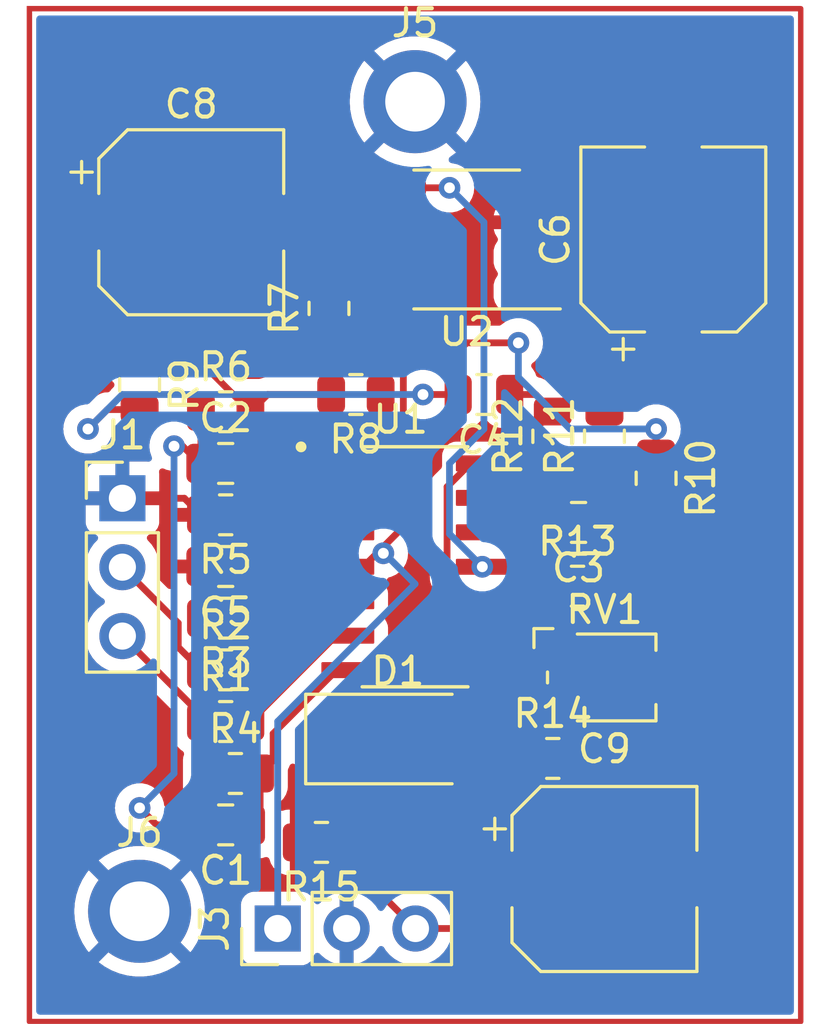
<source format=kicad_pcb>
(kicad_pcb (version 20211014) (generator pcbnew)
  (layers (0 "F.Cu" signal) (31 "B.Cu" signal) (34 "B.Paste" user) (35 "F.Paste" user) (36 "B.SilkS" user "B.Silkscreen") (37 "F.SilkS" user "F.Silkscreen") (38 "B.Mask" user) (39 "F.Mask" user) (44 "Edge.Cuts" user))
  (net 0 "")
  (net 1 "7")
  (net 2 "Net-(C1-Pad2)")
  (net 3 "3")
  (net 4 "GND")
  (net 5 "12")
  (net 6 "10")
  (net 7 "Net-(C4-Pad2)")
  (net 8 "+5V")
  (net 9 "Net-(C6-Pad1)")
  (net 10 "Net-(C6-Pad2)")
  (net 11 "-5V")
  (net 12 "Net-(C9-Pad1)")
  (net 13 "8")
  (net 14 "Net-(J1-Pad2)")
  (net 15 "Net-(J1-Pad3)")
  (net 16 "6")
  (net 17 "5")
  (net 18 "1")
  (net 19 "2")
  (net 20 "13")
  (net 21 "9")
  (net 22 "Net-(R14-Pad2)")
  (footprint "Resistor_SMD:R_0805_2012Metric" (layer "F.Cu") (at 163.195 105.68 90)
    (fp_text reference "R11" (at 0 -1.65 90) (layer "F.SilkS"))
    (fp_text value "18k")
    (fp_line (start -0.227064 -0.735) (end 0.227064 -0.735) (layer "F.SilkS") (width 0.12))
    (fp_line (start -0.227064 0.735) (end 0.227064 0.735) (layer "F.SilkS") (width 0.12))
    (pad "1" smd roundrect (at -0.9125 0 90) (size 1.025 1.4) (layers "F.Cu" "F.Paste" "F.Mask") (roundrect_rratio 0.243902439) (net 20 "13"))
    (pad "2" smd roundrect (at 0.9125 0 90) (size 1.025 1.4) (layers "F.Cu" "F.Paste" "F.Mask") (roundrect_rratio 0.243902439) (net 4 "GND"))
  )
  (footprint "Connector_PinHeader_2.54mm:PinHeader_1x03_P2.54mm_Vertical" (layer "F.Cu") (at 151.145 123.825 90)
    (fp_text reference "J3" (at 0 -2.33 90) (layer "F.SilkS"))
    (fp_text value "MCU_out")
    (fp_line (start -1.33 1.27) (end -1.33 6.41) (layer "F.SilkS") (width 0.12))
    (fp_line (start -1.33 1.27) (end 1.33 1.27) (layer "F.SilkS") (width 0.12))
    (fp_line (start -1.33 -1.33) (end 0 -1.33) (layer "F.SilkS") (width 0.12))
    (fp_line (start -1.33 6.41) (end 1.33 6.41) (layer "F.SilkS") (width 0.12))
    (fp_line (start 1.33 1.27) (end 1.33 6.41) (layer "F.SilkS") (width 0.12))
    (fp_line (start -1.33 0) (end -1.33 -1.33) (layer "F.SilkS") (width 0.12))
    (pad "1" thru_hole rect (at 0 0 90) (size 1.7 1.7) (drill 1) (layers *.Cu *.Mask) (net 8 "+5V"))
    (pad "2" thru_hole oval (at 0 2.54 90) (size 1.7 1.7) (drill 1) (layers *.Cu *.Mask) (net 4 "GND"))
    (pad "3" thru_hole oval (at 0 5.08 90) (size 1.7 1.7) (drill 1) (layers *.Cu *.Mask) (net 12 "Net-(C9-Pad1)"))
  )
  (footprint "MountingHole:MountingHole_2.2mm_M2_DIN965_Pad" (layer "F.Cu") (at 156.21 93.345)
    (fp_text reference "J5" (at 0 -2.9) (layer "F.SilkS"))
    (fp_text value "MountingHole")
    (pad "1" thru_hole circle (at 0 0) (size 3.8 3.8) (drill 2.2) (layers *.Cu *.Mask) (net 4 "GND"))
  )
  (footprint "Resistor_SMD:R_0805_2012Metric" (layer "F.Cu") (at 152.7575 120.65 180)
    (fp_text reference "R15" (at 0 -1.65) (layer "F.SilkS"))
    (fp_text value "18k")
    (fp_line (start -0.227064 -0.735) (end 0.227064 -0.735) (layer "F.SilkS") (width 0.12))
    (fp_line (start -0.227064 0.735) (end 0.227064 0.735) (layer "F.SilkS") (width 0.12))
    (pad "1" smd roundrect (at -0.9125 0 180) (size 1.025 1.4) (layers "F.Cu" "F.Paste" "F.Mask") (roundrect_rratio 0.243902439) (net 12 "Net-(C9-Pad1)"))
    (pad "2" smd roundrect (at 0.9125 0 180) (size 1.025 1.4) (layers "F.Cu" "F.Paste" "F.Mask") (roundrect_rratio 0.243902439) (net 4 "GND"))
  )
  (footprint "Resistor_SMD:R_0805_2012Metric" (layer "F.Cu") (at 146.05 103.7825 -90)
    (fp_text reference "R9" (at 0 -1.65 90) (layer "F.SilkS"))
    (fp_text value "1k")
    (fp_line (start -0.227064 -0.735) (end 0.227064 -0.735) (layer "F.SilkS") (width 0.12))
    (fp_line (start -0.227064 0.735) (end 0.227064 0.735) (layer "F.SilkS") (width 0.12))
    (pad "1" smd roundrect (at -0.9125 0 270) (size 1.025 1.4) (layers "F.Cu" "F.Paste" "F.Mask") (roundrect_rratio 0.243902439) (net 18 "1"))
    (pad "2" smd roundrect (at 0.9125 0 270) (size 1.025 1.4) (layers "F.Cu" "F.Paste" "F.Mask") (roundrect_rratio 0.243902439) (net 7 "Net-(C4-Pad2)"))
  )
  (footprint "Capacitor_SMD:CP_Elec_6.3x5.4" (layer "F.Cu") (at 165.735 98.425 90)
    (fp_text reference "C6" (at 0 -4.35 90) (layer "F.SilkS"))
    (fp_text value "10u")
    (fp_line (start -3.41 -2.345563) (end -3.41 -1.06) (layer "F.SilkS") (width 0.12))
    (fp_line (start 3.41 -3.41) (end 3.41 -1.06) (layer "F.SilkS") (width 0.12))
    (fp_line (start -3.41 2.345563) (end -3.41 1.06) (layer "F.SilkS") (width 0.12))
    (fp_line (start -4.04375 -2.24125) (end -4.04375 -1.45375) (layer "F.SilkS") (width 0.12))
    (fp_line (start -3.41 2.345563) (end -2.345563 3.41) (layer "F.SilkS") (width 0.12))
    (fp_line (start -3.41 -2.345563) (end -2.345563 -3.41) (layer "F.SilkS") (width 0.12))
    (fp_line (start -4.4375 -1.8475) (end -3.65 -1.8475) (layer "F.SilkS") (width 0.12))
    (fp_line (start -2.345563 3.41) (end 3.41 3.41) (layer "F.SilkS") (width 0.12))
    (fp_line (start -2.345563 -3.41) (end 3.41 -3.41) (layer "F.SilkS") (width 0.12))
    (fp_line (start 3.41 3.41) (end 3.41 1.06) (layer "F.SilkS") (width 0.12))
    (pad "1" smd roundrect (at -2.8 0 90) (size 3.5 1.6) (layers "F.Cu" "F.Paste" "F.Mask") (roundrect_rratio 0.15625) (net 9 "Net-(C6-Pad1)"))
    (pad "2" smd roundrect (at 2.8 0 90) (size 3.5 1.6) (layers "F.Cu" "F.Paste" "F.Mask") (roundrect_rratio 0.15625) (net 10 "Net-(C6-Pad2)"))
  )
  (footprint "Connector_PinHeader_2.54mm:PinHeader_1x03_P2.54mm_Vertical" (layer "F.Cu") (at 145.415 107.965)
    (fp_text reference "J1" (at 0 -2.33) (layer "F.SilkS"))
    (fp_text value "Electrodes")
    (fp_line (start -1.33 0) (end -1.33 -1.33) (layer "F.SilkS") (width 0.12))
    (fp_line (start -1.33 6.41) (end 1.33 6.41) (layer "F.SilkS") (width 0.12))
    (fp_line (start 1.33 1.27) (end 1.33 6.41) (layer "F.SilkS") (width 0.12))
    (fp_line (start -1.33 1.27) (end 1.33 1.27) (layer "F.SilkS") (width 0.12))
    (fp_line (start -1.33 1.27) (end -1.33 6.41) (layer "F.SilkS") (width 0.12))
    (fp_line (start -1.33 -1.33) (end 0 -1.33) (layer "F.SilkS") (width 0.12))
    (pad "1" thru_hole rect (at 0 0) (size 1.7 1.7) (drill 1) (layers *.Cu *.Mask) (net 4 "GND"))
    (pad "2" thru_hole oval (at 0 2.54) (size 1.7 1.7) (drill 1) (layers *.Cu *.Mask) (net 14 "Net-(J1-Pad2)"))
    (pad "3" thru_hole oval (at 0 5.08) (size 1.7 1.7) (drill 1) (layers *.Cu *.Mask) (net 15 "Net-(J1-Pad3)"))
  )
  (footprint "SOIC14 5:SOIC127P600X175-14N" (layer "F.Cu") (at 156.21 110.49)
    (fp_text reference "U1" (at -0.53 -5.432) (layer "F.SilkS"))
    (fp_text value "LM324")
    (fp_line (start -1.95 4.425) (end 1.95 4.425) (layer "F.SilkS") (width 0.127))
    (fp_line (start -1.95 -4.425) (end 1.95 -4.425) (layer "F.SilkS") (width 0.127))
    (fp_circle (center -4.205 -4.42) (end -4.105 -4.42) (layer "F.SilkS") (width 0.2) (fill none))
    (pad "1" smd roundrect (at -2.48 -3.81) (size 1.95 0.59) (layers "F.Cu" "F.Paste" "F.Mask") (roundrect_rratio 0.07) (net 18 "1"))
    (pad "2" smd roundrect (at -2.48 -2.54) (size 1.95 0.59) (layers "F.Cu" "F.Paste" "F.Mask") (roundrect_rratio 0.07) (net 19 "2"))
    (pad "3" smd roundrect (at -2.48 -1.27) (size 1.95 0.59) (layers "F.Cu" "F.Paste" "F.Mask") (roundrect_rratio 0.07) (net 3 "3"))
    (pad "4" smd roundrect (at -2.48 0) (size 1.95 0.59) (layers "F.Cu" "F.Paste" "F.Mask") (roundrect_rratio 0.07) (net 8 "+5V"))
    (pad "5" smd roundrect (at -2.48 1.27) (size 1.95 0.59) (layers "F.Cu" "F.Paste" "F.Mask") (roundrect_rratio 0.07) (net 17 "5"))
    (pad "6" smd roundrect (at -2.48 2.54) (size 1.95 0.59) (layers "F.Cu" "F.Paste" "F.Mask") (roundrect_rratio 0.07) (net 16 "6"))
    (pad "7" smd roundrect (at -2.48 3.81) (size 1.95 0.59) (layers "F.Cu" "F.Paste" "F.Mask") (roundrect_rratio 0.07) (net 1 "7"))
    (pad "8" smd roundrect (at 2.48 3.81) (size 1.95 0.59) (layers "F.Cu" "F.Paste" "F.Mask") (roundrect_rratio 0.07) (net 13 "8"))
    (pad "9" smd roundrect (at 2.48 2.54) (size 1.95 0.59) (layers "F.Cu" "F.Paste" "F.Mask") (roundrect_rratio 0.07) (net 21 "9"))
    (pad "10" smd roundrect (at 2.48 1.27) (size 1.95 0.59) (layers "F.Cu" "F.Paste" "F.Mask") (roundrect_rratio 0.07) (net 6 "10"))
    (pad "11" smd roundrect (at 2.48 0) (size 1.95 0.59) (layers "F.Cu" "F.Paste" "F.Mask") (roundrect_rratio 0.07) (net 11 "-5V"))
    (pad "12" smd roundrect (at 2.48 -1.27) (size 1.95 0.59) (layers "F.Cu" "F.Paste" "F.Mask") (roundrect_rratio 0.07) (net 5 "12"))
    (pad "13" smd roundrect (at 2.48 -2.54) (size 1.95 0.59) (layers "F.Cu" "F.Paste" "F.Mask") (roundrect_rratio 0.07) (net 20 "13"))
    (pad "14" smd roundrect (at 2.48 -3.81) (size 1.95 0.59) (layers "F.Cu" "F.Paste" "F.Mask") (roundrect_rratio 0.07) (net 6 "10"))
  )
  (footprint "Resistor_SMD:R_0805_2012Metric" (layer "F.Cu") (at 165.1 107.2275 -90)
    (fp_text reference "R10" (at 0 -1.65 90) (layer "F.SilkS"))
    (fp_text value "1k")
    (fp_line (start -0.227064 -0.735) (end 0.227064 -0.735) (layer "F.SilkS") (width 0.12))
    (fp_line (start -0.227064 0.735) (end 0.227064 0.735) (layer "F.SilkS") (width 0.12))
    (pad "1" smd roundrect (at -0.9125 0 270) (size 1.025 1.4) (layers "F.Cu" "F.Paste" "F.Mask") (roundrect_rratio 0.243902439) (net 7 "Net-(C4-Pad2)"))
    (pad "2" smd roundrect (at 0.9125 0 270) (size 1.025 1.4) (layers "F.Cu" "F.Paste" "F.Mask") (roundrect_rratio 0.243902439) (net 5 "12"))
  )
  (footprint "Potentiometer_SMD:Potentiometer_Bourns_TC33X_Vertical" (layer "F.Cu") (at 163.195 114.57)
    (fp_text reference "RV1" (at 0 -2.5) (layer "F.SilkS"))
    (fp_text value "100k")
    (fp_line (start 1.9 1.6) (end 1.9 1) (layer "F.SilkS") (width 0.12))
    (fp_line (start 1.9 -1.6) (end 1.9 -1) (layer "F.SilkS") (width 0.12))
    (fp_line (start -2.1 -0.2) (end -2.1 0.2) (layer "F.SilkS") (width 0.12))
    (fp_line (start -1.9 -1.8) (end -2.6 -1.8) (layer "F.SilkS") (width 0.12))
    (fp_line (start -2.6 -1.8) (end -2.6 -1.1) (layer "F.SilkS") (width 0.12))
    (fp_line (start -1 1.6) (end 1.9 1.6) (layer "F.SilkS") (width 0.12))
    (fp_line (start -1 -1.6) (end 1.9 -1.6) (layer "F.SilkS") (width 0.12))
    (pad "1" smd rect (at -1.8 -1) (size 1.2 1.2) (layers "F.Cu" "F.Paste" "F.Mask") (net 22 "Net-(R14-Pad2)"))
    (pad "2" smd rect (at 1.45 0) (size 1.5 1.6) (layers "F.Cu" "F.Paste" "F.Mask") (net 22 "Net-(R14-Pad2)"))
    (pad "3" smd rect (at -1.8 1) (size 1.2 1.2) (layers "F.Cu" "F.Paste" "F.Mask") (net 21 "9"))
  )
  (footprint "Diode_SMD:D_SMA" (layer "F.Cu") (at 155.575 116.84)
    (fp_text reference "D1" (at 0 -2.5) (layer "F.SilkS"))
    (fp_text value "SS14")
    (fp_line (start -3.4 -1.65) (end 2 -1.65) (layer "F.SilkS") (width 0.12))
    (fp_line (start -3.4 1.65) (end 2 1.65) (layer "F.SilkS") (width 0.12))
    (fp_line (start -3.4 -1.65) (end -3.4 1.65) (layer "F.SilkS") (width 0.12))
    (pad "1" smd rect (at -2 0) (size 2.5 1.8) (layers "F.Cu" "F.Paste" "F.Mask") (net 12 "Net-(C9-Pad1)"))
    (pad "2" smd rect (at 2 0) (size 2.5 1.8) (layers "F.Cu" "F.Paste" "F.Mask") (net 13 "8"))
  )
  (footprint "Package_SO:SOIC-8_3.9x4.9mm_P1.27mm" (layer "F.Cu") (at 158.115 98.425 180)
    (fp_text reference "U2" (at 0 -3.4) (layer "F.SilkS"))
    (fp_text value "ICL7660")
    (fp_line (start 0 2.56) (end -1.95 2.56) (layer "F.SilkS") (width 0.12))
    (fp_line (start 0 -2.56) (end -3.45 -2.56) (layer "F.SilkS") (width 0.12))
    (fp_line (start 0 -2.56) (end 1.95 -2.56) (layer "F.SilkS") (width 0.12))
    (fp_line (start 0 2.56) (end 1.95 2.56) (layer "F.SilkS") (width 0.12))
    (pad "1" smd roundrect (at -2.475 -1.905 180) (size 1.95 0.6) (layers "F.Cu" "F.Paste" "F.Mask"))
    (pad "2" smd roundrect (at -2.475 -0.635 180) (size 1.95 0.6) (layers "F.Cu" "F.Paste" "F.Mask") (net 9 "Net-(C6-Pad1)"))
    (pad "3" smd roundrect (at -2.475 0.635 180) (size 1.95 0.6) (layers "F.Cu" "F.Paste" "F.Mask") (net 4 "GND"))
    (pad "4" smd roundrect (at -2.475 1.905 180) (size 1.95 0.6) (layers "F.Cu" "F.Paste" "F.Mask") (net 10 "Net-(C6-Pad2)"))
    (pad "5" smd roundrect (at 2.475 1.905 180) (size 1.95 0.6) (layers "F.Cu" "F.Paste" "F.Mask") (net 11 "-5V"))
    (pad "6" smd roundrect (at 2.475 0.635 180) (size 1.95 0.6) (layers "F.Cu" "F.Paste" "F.Mask"))
    (pad "7" smd roundrect (at 2.475 -0.635 180) (size 1.95 0.6) (layers "F.Cu" "F.Paste" "F.Mask"))
    (pad "8" smd roundrect (at 2.475 -1.905 180) (size 1.95 0.6) (layers "F.Cu" "F.Paste" "F.Mask") (net 8 "+5V"))
  )
  (footprint "Resistor_SMD:R_0805_2012Metric" (layer "F.Cu") (at 161.29 105.68 90)
    (fp_text reference "R12" (at 0 -1.65 90) (layer "F.SilkS"))
    (fp_text value "10k")
    (fp_line (start -0.227064 0.735) (end 0.227064 0.735) (layer "F.SilkS") (width 0.12))
    (fp_line (start -0.227064 -0.735) (end 0.227064 -0.735) (layer "F.SilkS") (width 0.12))
    (pad "1" smd roundrect (at -0.9125 0 90) (size 1.025 1.4) (layers "F.Cu" "F.Paste" "F.Mask") (roundrect_rratio 0.243902439) (net 20 "13"))
    (pad "2" smd roundrect (at 0.9125 0 90) (size 1.025 1.4) (layers "F.Cu" "F.Paste" "F.Mask") (roundrect_rratio 0.243902439) (net 6 "10"))
  )
  (footprint "MountingHole:MountingHole_2.2mm_M2_DIN965_Pad" (layer "F.Cu") (at 146.05 123.19)
    (fp_text reference "J6" (at 0 -2.9) (layer "F.SilkS"))
    (fp_text value "MountingHole")
    (pad "1" thru_hole circle (at 0 0) (size 3.8 3.8) (drill 2.2) (layers *.Cu *.Mask) (net 4 "GND"))
  )
  (footprint "Capacitor_SMD:CP_Elec_6.3x5.4" (layer "F.Cu") (at 147.955 97.79)
    (fp_text reference "C8" (at 0 -4.35) (layer "F.SilkS"))
    (fp_text value "10u")
    (fp_line (start -4.4375 -1.8475) (end -3.65 -1.8475) (layer "F.SilkS") (width 0.12))
    (fp_line (start -3.41 2.345563) (end -2.345563 3.41) (layer "F.SilkS") (width 0.12))
    (fp_line (start -2.345563 3.41) (end 3.41 3.41) (layer "F.SilkS") (width 0.12))
    (fp_line (start 3.41 3.41) (end 3.41 1.06) (layer "F.SilkS") (width 0.12))
    (fp_line (start -4.04375 -2.24125) (end -4.04375 -1.45375) (layer "F.SilkS") (width 0.12))
    (fp_line (start -2.345563 -3.41) (end 3.41 -3.41) (layer "F.SilkS") (width 0.12))
    (fp_line (start -3.41 2.345563) (end -3.41 1.06) (layer "F.SilkS") (width 0.12))
    (fp_line (start 3.41 -3.41) (end 3.41 -1.06) (layer "F.SilkS") (width 0.12))
    (fp_line (start -3.41 -2.345563) (end -3.41 -1.06) (layer "F.SilkS") (width 0.12))
    (fp_line (start -3.41 -2.345563) (end -2.345563 -3.41) (layer "F.SilkS") (width 0.12))
    (pad "1" smd roundrect (at -2.8 0) (size 3.5 1.6) (layers "F.Cu" "F.Paste" "F.Mask") (roundrect_rratio 0.15625) (net 4 "GND"))
    (pad "2" smd roundrect (at 2.8 0) (size 3.5 1.6) (layers "F.Cu" "F.Paste" "F.Mask") (roundrect_rratio 0.15625) (net 11 "-5V"))
  )
  (footprint "Capacitor_SMD:CP_Elec_6.3x5.4" (layer "F.Cu") (at 163.195 122)
    (fp_text reference "C9" (at 0 -4.795) (layer "F.SilkS"))
    (fp_text value "10u")
    (fp_line (start -3.41 -2.345563) (end -2.345563 -3.41) (layer "F.SilkS") (width 0.12))
    (fp_line (start -2.345563 3.41) (end 3.41 3.41) (layer "F.SilkS") (width 0.12))
    (fp_line (start -2.345563 -3.41) (end 3.41 -3.41) (layer "F.SilkS") (width 0.12))
    (fp_line (start 3.41 -3.41) (end 3.41 -1.06) (layer "F.SilkS") (width 0.12))
    (fp_line (start -4.04375 -2.24125) (end -4.04375 -1.45375) (layer "F.SilkS") (width 0.12))
    (fp_line (start -3.41 2.345563) (end -3.41 1.06) (layer "F.SilkS") (width 0.12))
    (fp_line (start -3.41 2.345563) (end -2.345563 3.41) (layer "F.SilkS") (width 0.12))
    (fp_line (start -3.41 -2.345563) (end -3.41 -1.06) (layer "F.SilkS") (width 0.12))
    (fp_line (start 3.41 3.41) (end 3.41 1.06) (layer "F.SilkS") (width 0.12))
    (fp_line (start -4.4375 -1.8475) (end -3.65 -1.8475) (layer "F.SilkS") (width 0.12))
    (pad "1" smd roundrect (at -2.8 0) (size 3.5 1.6) (layers "F.Cu" "F.Paste" "F.Mask") (roundrect_rratio 0.15625) (net 12 "Net-(C9-Pad1)"))
    (pad "2" smd roundrect (at 2.8 0) (size 3.5 1.6) (layers "F.Cu" "F.Paste" "F.Mask") (roundrect_rratio 0.15625) (net 4 "GND"))
  )
  (footprint "Resistor_SMD:R_0805_2012Metric" (layer "F.Cu") (at 149.225 108.575 180)
    (fp_text reference "R5" (at 0 -1.65) (layer "F.SilkS"))
    (fp_text value "15k")
    (fp_line (start -0.227064 -0.735) (end 0.227064 -0.735) (layer "F.SilkS") (width 0.12))
    (fp_line (start -0.227064 0.735) (end 0.227064 0.735) (layer "F.SilkS") (width 0.12))
    (pad "1" smd roundrect (at -0.9125 0 180) (size 1.025 1.4) (layers "F.Cu" "F.Paste" "F.Mask") (roundrect_rratio 0.243902439) (net 3 "3"))
    (pad "2" smd roundrect (at 0.9125 0 180) (size 1.025 1.4) (layers "F.Cu" "F.Paste" "F.Mask") (roundrect_rratio 0.243902439) (net 4 "GND"))
  )
  (footprint "Resistor_SMD:R_0805_2012Metric" (layer "F.Cu") (at 149.225 104.775)
    (fp_text reference "R6" (at 0 -1.65) (layer "F.SilkS"))
    (fp_text value "15k")
    (fp_line (start -0.227064 -0.735) (end 0.227064 -0.735) (layer "F.SilkS") (width 0.12))
    (fp_line (start -0.227064 0.735) (end 0.227064 0.735) (layer "F.SilkS") (width 0.12))
    (pad "1" smd roundrect (at -0.9125 0) (size 1.025 1.4) (layers "F.Cu" "F.Paste" "F.Mask") (roundrect_rratio 0.243902439) (net 2 "Net-(C1-Pad2)"))
    (pad "2" smd roundrect (at 0.9125 0) (size 1.025 1.4) (layers "F.Cu" "F.Paste" "F.Mask") (roundrect_rratio 0.243902439) (net 18 "1"))
  )
  (footprint "Capacitor_SMD:C_0805_2012Metric" (layer "F.Cu") (at 149.225 120.005 180)
    (fp_text reference "C1" (at 0 -1.68) (layer "F.SilkS"))
    (fp_text value "470n")
    (fp_line (start -0.261252 0.735) (end 0.261252 0.735) (layer "F.SilkS") (width 0.12))
    (fp_line (start -0.261252 -0.735) (end 0.261252 -0.735) (layer "F.SilkS") (width 0.12))
    (pad "1" smd roundrect (at -0.95 0 180) (size 1 1.45) (layers "F.Cu" "F.Paste" "F.Mask") (net 1 "7"))
    (pad "2" smd roundrect (at 0.95 0 180) (size 1 1.45) (layers "F.Cu" "F.Paste" "F.Mask") (net 2 "Net-(C1-Pad2)"))
  )
  (footprint "Capacitor_SMD:C_0805_2012Metric" (layer "F.Cu") (at 158.75 104.14 180)
    (fp_text reference "C4" (at 0 -1.68) (layer "F.SilkS"))
    (fp_text value "330n")
    (fp_line (start -0.261252 -0.735) (end 0.261252 -0.735) (layer "F.SilkS") (width 0.12))
    (fp_line (start -0.261252 0.735) (end 0.261252 0.735) (layer "F.SilkS") (width 0.12))
    (pad "1" smd roundrect (at -0.95 0 180) (size 1 1.45) (layers "F.Cu" "F.Paste" "F.Mask") (net 6 "10"))
    (pad "2" smd roundrect (at 0.95 0 180) (size 1 1.45) (layers "F.Cu" "F.Paste" "F.Mask") (net 7 "Net-(C4-Pad2)"))
  )
  (footprint "Resistor_SMD:R_0805_2012Metric" (layer "F.Cu") (at 153.035 100.965 90)
    (fp_text reference "R7" (at 0 -1.65 90) (layer "F.SilkS"))
    (fp_text value "18k")
    (fp_line (start -0.227064 -0.735) (end 0.227064 -0.735) (layer "F.SilkS") (width 0.12))
    (fp_line (start -0.227064 0.735) (end 0.227064 0.735) (layer "F.SilkS") (width 0.12))
    (pad "1" smd roundrect (at -0.9125 0 90) (size 1.025 1.4) (layers "F.Cu" "F.Paste" "F.Mask") (roundrect_rratio 0.243902439) (net 19 "2"))
    (pad "2" smd roundrect (at 0.9125 0 90) (size 1.025 1.4) (layers "F.Cu" "F.Paste" "F.Mask") (roundrect_rratio 0.243902439) (net 4 "GND"))
  )
  (footprint "Resistor_SMD:R_0805_2012Metric" (layer "F.Cu") (at 149.5825 118.11)
    (fp_text reference "R4" (at 0 -1.65) (layer "F.SilkS"))
    (fp_text value "47k")
    (fp_line (start -0.227064 0.735) (end 0.227064 0.735) (layer "F.SilkS") (width 0.12))
    (fp_line (start -0.227064 -0.735) (end 0.227064 -0.735) (layer "F.SilkS") (width 0.12))
    (pad "1" smd roundrect (at -0.9125 0) (size 1.025 1.4) (layers "F.Cu" "F.Paste" "F.Mask") (roundrect_rratio 0.243902439) (net 16 "6"))
    (pad "2" smd roundrect (at 0.9125 0) (size 1.025 1.4) (layers "F.Cu" "F.Paste" "F.Mask") (roundrect_rratio 0.243902439) (net 1 "7"))
  )
  (footprint "Resistor_SMD:R_0805_2012Metric" (layer "F.Cu") (at 161.29 117.555)
    (fp_text reference "R14" (at 0 -1.65) (layer "F.SilkS"))
    (fp_text value "47k")
    (fp_line (start -0.227064 -0.735) (end 0.227064 -0.735) (layer "F.SilkS") (width 0.12))
    (fp_line (start -0.227064 0.735) (end 0.227064 0.735) (layer "F.SilkS") (width 0.12))
    (pad "1" smd roundrect (at -0.9125 0) (size 1.025 1.4) (layers "F.Cu" "F.Paste" "F.Mask") (roundrect_rratio 0.243902439) (net 13 "8"))
    (pad "2" smd roundrect (at 0.9125 0) (size 1.025 1.4) (layers "F.Cu" "F.Paste" "F.Mask") (roundrect_rratio 0.243902439) (net 22 "Net-(R14-Pad2)"))
  )
  (footprint "Resistor_SMD:R_0805_2012Metric" (layer "F.Cu") (at 162.2025 111.205)
    (fp_text reference "R13" (at 0 -1.65) (layer "F.SilkS"))
    (fp_text value "1k")
    (fp_line (start -0.227064 -0.735) (end 0.227064 -0.735) (layer "F.SilkS") (width 0.12))
    (fp_line (start -0.227064 0.735) (end 0.227064 0.735) (layer "F.SilkS") (width 0.12))
    (pad "1" smd roundrect (at -0.9125 0) (size 1.025 1.4) (layers "F.Cu" "F.Paste" "F.Mask") (roundrect_rratio 0.243902439) (net 21 "9"))
    (pad "2" smd roundrect (at 0.9125 0) (size 1.025 1.4) (layers "F.Cu" "F.Paste" "F.Mask") (roundrect_rratio 0.243902439) (net 4 "GND"))
  )
  (footprint "Resistor_SMD:R_0805_2012Metric" (layer "F.Cu") (at 154.0275 104.14 180)
    (fp_text reference "R8" (at 0 -1.65) (layer "F.SilkS"))
    (fp_text value "10k")
    (fp_line (start -0.227064 -0.735) (end 0.227064 -0.735) (layer "F.SilkS") (width 0.12))
    (fp_line (start -0.227064 0.735) (end 0.227064 0.735) (layer "F.SilkS") (width 0.12))
    (pad "1" smd roundrect (at -0.9125 0 180) (size 1.025 1.4) (layers "F.Cu" "F.Paste" "F.Mask") (roundrect_rratio 0.243902439) (net 19 "2"))
    (pad "2" smd roundrect (at 0.9125 0 180) (size 1.025 1.4) (layers "F.Cu" "F.Paste" "F.Mask") (roundrect_rratio 0.243902439) (net 18 "1"))
  )
  (footprint "Capacitor_SMD:C_0805_2012Metric" (layer "F.Cu") (at 162.24 108.855 180)
    (fp_text reference "C3" (at 0 -1.68) (layer "F.SilkS"))
    (fp_text value "330n")
    (fp_line (start -0.261252 0.735) (end 0.261252 0.735) (layer "F.SilkS") (width 0.12))
    (fp_line (start -0.261252 -0.735) (end 0.261252 -0.735) (layer "F.SilkS") (width 0.12))
    (pad "1" smd roundrect (at -0.95 0 180) (size 1 1.45) (layers "F.Cu" "F.Paste" "F.Mask") (net 4 "GND"))
    (pad "2" smd roundrect (at 0.95 0 180) (size 1 1.45) (layers "F.Cu" "F.Paste" "F.Mask") (net 5 "12"))
  )
  (footprint "Resistor_SMD:R_0805_2012Metric" (layer "F.Cu") (at 149.225 116.195)
    (fp_text reference "R1" (at 0 -1.65) (layer "F.SilkS"))
    (fp_text value "1k")
    (fp_line (start -0.227064 -0.735) (end 0.227064 -0.735) (layer "F.SilkS") (width 0.12))
    (fp_line (start -0.227064 0.735) (end 0.227064 0.735) (layer "F.SilkS") (width 0.12))
    (pad "1" smd roundrect (at -0.9125 0) (size 1.025 1.4) (layers "F.Cu" "F.Paste" "F.Mask") (roundrect_rratio 0.243902439) (net 15 "Net-(J1-Pad3)"))
    (pad "2" smd roundrect (at 0.9125 0) (size 1.025 1.4) (layers "F.Cu" "F.Paste" "F.Mask") (roundrect_rratio 0.243902439) (net 16 "6"))
  )
  (footprint "Capacitor_SMD:C_0805_2012Metric" (layer "F.Cu") (at 149.225 106.68)
    (fp_text reference "C2" (at 0 -1.68) (layer "F.SilkS"))
    (fp_text value "470n")
    (fp_line (start -0.261252 0.735) (end 0.261252 0.735) (layer "F.SilkS") (width 0.12))
    (fp_line (start -0.261252 -0.735) (end 0.261252 -0.735) (layer "F.SilkS") (width 0.12))
    (pad "1" smd roundrect (at -0.95 0) (size 1 1.45) (layers "F.Cu" "F.Paste" "F.Mask") (net 2 "Net-(C1-Pad2)"))
    (pad "2" smd roundrect (at 0.95 0) (size 1 1.45) (layers "F.Cu" "F.Paste" "F.Mask") (net 3 "3"))
  )
  (footprint "Capacitor_SMD:C_0805_2012Metric" (layer "F.Cu") (at 149.225 110.48 180)
    (fp_text reference "C5" (at 0 -1.68) (layer "F.SilkS"))
    (fp_text value "100n")
    (fp_line (start -0.261252 -0.735) (end 0.261252 -0.735) (layer "F.SilkS") (width 0.12))
    (fp_line (start -0.261252 0.735) (end 0.261252 0.735) (layer "F.SilkS") (width 0.12))
    (pad "1" smd roundrect (at -0.95 0 180) (size 1 1.45) (layers "F.Cu" "F.Paste" "F.Mask") (net 8 "+5V"))
    (pad "2" smd roundrect (at 0.95 0 180) (size 1 1.45) (layers "F.Cu" "F.Paste" "F.Mask") (net 4 "GND"))
  )
  (footprint "Resistor_SMD:R_0805_2012Metric" (layer "F.Cu") (at 149.225 114.29)
    (fp_text reference "R2" (at 0 -1.65) (layer "F.SilkS"))
    (fp_text value "1k")
    (fp_line (start -0.227064 0.735) (end 0.227064 0.735) (layer "F.SilkS") (width 0.12))
    (fp_line (start -0.227064 -0.735) (end 0.227064 -0.735) (layer "F.SilkS") (width 0.12))
    (pad "1" smd roundrect (at -0.9125 0) (size 1.025 1.4) (layers "F.Cu" "F.Paste" "F.Mask") (roundrect_rratio 0.243902439) (net 14 "Net-(J1-Pad2)"))
    (pad "2" smd roundrect (at 0.9125 0) (size 1.025 1.4) (layers "F.Cu" "F.Paste" "F.Mask") (roundrect_rratio 0.243902439) (net 17 "5"))
  )
  (footprint "Resistor_SMD:R_0805_2012Metric" (layer "F.Cu") (at 149.225 112.385 180)
    (fp_text reference "R3" (at 0 -1.65) (layer "F.SilkS"))
    (fp_text value "47k")
    (fp_line (start -0.227064 -0.735) (end 0.227064 -0.735) (layer "F.SilkS") (width 0.12))
    (fp_line (start -0.227064 0.735) (end 0.227064 0.735) (layer "F.SilkS") (width 0.12))
    (pad "1" smd roundrect (at -0.9125 0 180) (size 1.025 1.4) (layers "F.Cu" "F.Paste" "F.Mask") (roundrect_rratio 0.243902439) (net 17 "5"))
    (pad "2" smd roundrect (at 0.9125 0 180) (size 1.025 1.4) (layers "F.Cu" "F.Paste" "F.Mask") (roundrect_rratio 0.243902439) (net 4 "GND"))
  )
  (gr_rect (start 141.986 127.254) (end 170.434 89.916) (layer "F.Cu") (width 0.2) (fill none))
  (segment (start 150.495 119.685) (end 150.175 120.005) (width 0.25) (layer "F.Cu") (net 1))
  (segment (start 150.975 117.63) (end 150.495 118.11) (width 0.25) (layer "F.Cu") (net 1))
  (segment (start 150.495 118.11) (end 150.495 119.685) (width 0.25) (layer "F.Cu") (net 1))
  (segment (start 153.73 114.3) (end 153.315 114.3) (width 0.25) (layer "F.Cu") (net 1))
  (segment (start 150.975 116.64) (end 150.975 117.63) (width 0.25) (layer "F.Cu") (net 1))
  (segment (start 153.315 114.3) (end 150.975 116.64) (width 0.25) (layer "F.Cu") (net 1))
  (segment (start 147.32 106.045) (end 147.64 106.045) (width 0.25) (layer "F.Cu") (net 2))
  (segment (start 146.675 120.005) (end 146.05 119.38) (width 0.25) (layer "F.Cu") (net 2))
  (segment (start 148.3125 104.775) (end 148.3125 106.6425) (width 0.25) (layer "F.Cu") (net 2))
  (segment (start 147.64 106.045) (end 148.275 106.68) (width 0.25) (layer "F.Cu") (net 2))
  (segment (start 148.275 120.005) (end 146.675 120.005) (width 0.25) (layer "F.Cu") (net 2))
  (segment (start 148.3125 106.6425) (end 148.275 106.68) (width 0.25) (layer "F.Cu") (net 2))
  (via (at 146.05 119.38) (size 0.8) (drill 0.4) (layers "F.Cu" "B.Cu") (net 2))
  (via (at 147.32 106.045) (size 0.8) (drill 0.4) (layers "F.Cu" "B.Cu") (net 2))
  (segment (start 146.05 119.38) (end 147.32 118.11) (width 0.25) (layer "B.Cu") (net 2))
  (segment (start 147.32 118.11) (end 147.32 106.045) (width 0.25) (layer "B.Cu") (net 2))
  (segment (start 150.7825 109.22) (end 150.1375 108.575) (width 0.25) (layer "F.Cu") (net 3))
  (segment (start 150.175 108.5375) (end 150.1375 108.575) (width 0.25) (layer "F.Cu") (net 3))
  (segment (start 150.175 106.68) (end 150.175 108.5375) (width 0.25) (layer "F.Cu") (net 3))
  (segment (start 153.73 109.22) (end 150.7825 109.22) (width 0.25) (layer "F.Cu") (net 3))
  (segment (start 147.7025 107.965) (end 148.3125 108.575) (width 0.25) (layer "F.Cu") (net 4))
  (segment (start 148.3125 108.575) (end 148.3125 112.385) (width 0.25) (layer "F.Cu") (net 4))
  (segment (start 145.415 107.965) (end 147.7025 107.965) (width 0.25) (layer "F.Cu") (net 4))
  (segment (start 164.39 107.43) (end 165.1 108.14) (width 0.25) (layer "F.Cu") (net 5))
  (segment (start 162.715 107.43) (end 164.39 107.43) (width 0.25) (layer "F.Cu") (net 5))
  (segment (start 161.29 108.855) (end 162.715 107.43) (width 0.25) (layer "F.Cu") (net 5))
  (segment (start 160.925 109.22) (end 161.29 108.855) (width 0.25) (layer "F.Cu") (net 5))
  (segment (start 158.69 109.22) (end 160.925 109.22) (width 0.25) (layer "F.Cu") (net 5))
  (segment (start 160.6625 104.14) (end 161.29 104.7675) (width 0.25) (layer "F.Cu") (net 6))
  (segment (start 159.3775 106.68) (end 161.29 104.7675) (width 0.25) (layer "F.Cu") (net 6))
  (segment (start 158.69 106.68) (end 159.3775 106.68) (width 0.25) (layer "F.Cu") (net 6))
  (segment (start 159.7 104.14) (end 160.6625 104.14) (width 0.25) (layer "F.Cu") (net 6))
  (segment (start 158.69 111.76) (end 158.254574 111.76) (width 0.25) (layer "F.Cu") (net 6))
  (segment (start 157.39 107.544574) (end 158.254574 106.68) (width 0.25) (layer "F.Cu") (net 6))
  (segment (start 158.254574 106.68) (end 158.69 106.68) (width 0.25) (layer "F.Cu") (net 6))
  (segment (start 157.39 110.895426) (end 157.39 107.544574) (width 0.25) (layer "F.Cu") (net 6))
  (segment (start 158.254574 111.76) (end 157.39 110.895426) (width 0.25) (layer "F.Cu") (net 6))
  (segment (start 160.02 102.235) (end 158.115 102.235) (width 0.25) (layer "F.Cu") (net 7))
  (segment (start 157.8 102.55) (end 157.8 104.14) (width 0.25) (layer "F.Cu") (net 7))
  (segment (start 157.8 104.14) (end 156.502 104.14) (width 0.25) (layer "F.Cu") (net 7))
  (segment (start 165.1 106.315) (end 165.1 105.146827) (width 0.25) (layer "F.Cu") (net 7))
  (segment (start 165.1 105.146827) (end 165.1 105.41) (width 0.25) (layer "F.Cu") (net 7))
  (segment (start 146.05 104.695) (end 144.86 104.695) (width 0.25) (layer "F.Cu") (net 7))
  (segment (start 144.86 104.695) (end 144.145 105.41) (width 0.25) (layer "F.Cu") (net 7))
  (segment (start 158.115 102.235) (end 157.8 102.55) (width 0.25) (layer "F.Cu") (net 7))
  (via (at 160.02 102.235) (size 0.8) (drill 0.4) (layers "F.Cu" "B.Cu") (net 7))
  (via (at 165.1 105.41) (size 0.8) (drill 0.4) (layers "F.Cu" "B.Cu") (net 7))
  (via (at 156.502 104.14) (size 0.8) (drill 0.4) (layers "F.Cu" "B.Cu") (net 7))
  (via (at 144.145 105.41) (size 0.8) (drill 0.4) (layers "F.Cu" "B.Cu") (net 7))
  (segment (start 165.1 105.41) (end 161.925 105.41) (width 0.25) (layer "B.Cu") (net 7))
  (segment (start 161.925 105.41) (end 160.02 103.505) (width 0.25) (layer "B.Cu") (net 7))
  (segment (start 156.21 104.14) (end 156.502 104.14) (width 0.25) (layer "B.Cu") (net 7))
  (segment (start 160.02 103.505) (end 160.02 102.235) (width 0.25) (layer "B.Cu") (net 7))
  (segment (start 144.145 105.41) (end 145.415 104.14) (width 0.25) (layer "B.Cu") (net 7))
  (segment (start 145.415 104.14) (end 156.21 104.14) (width 0.25) (layer "B.Cu") (net 7))
  (segment (start 154.305 110.49) (end 153.73 110.49) (width 0.25) (layer "F.Cu") (net 8))
  (segment (start 153.73 110.49) (end 150.185 110.49) (width 0.25) (layer "F.Cu") (net 8))
  (segment (start 155.7775 109.0175) (end 154.305 110.49) (width 0.25) (layer "F.Cu") (net 8))
  (segment (start 150.185 110.49) (end 150.175 110.48) (width 0.25) (layer "F.Cu") (net 8))
  (segment (start 155.64 100.33) (end 155.7775 100.4675) (width 0.25) (layer "F.Cu") (net 8))
  (segment (start 155.7775 100.4675) (end 155.7775 109.0175) (width 0.25) (layer "F.Cu") (net 8))
  (via (at 155.039702 109.992591) (size 0.8) (drill 0.4) (layers "F.Cu" "B.Cu") (net 8))
  (segment (start 151.145 123.825) (end 151.145 116.19) (width 0.25) (layer "B.Cu") (net 8))
  (segment (start 156.21 111.125) (end 155.039702 109.954702) (width 0.25) (layer "B.Cu") (net 8))
  (segment (start 151.145 116.19) (end 156.21 111.125) (width 0.25) (layer "B.Cu") (net 8))
  (segment (start 155.039702 109.954702) (end 155.039702 109.992591) (width 0.25) (layer "B.Cu") (net 8))
  (segment (start 160.59 99.06) (end 163.57 99.06) (width 0.25) (layer "F.Cu") (net 9))
  (segment (start 163.57 99.06) (end 165.735 101.225) (width 0.25) (layer "F.Cu") (net 9))
  (segment (start 165.735 95.625) (end 164.84 96.52) (width 0.25) (layer "F.Cu") (net 10))
  (segment (start 164.84 96.52) (end 160.59 96.52) (width 0.25) (layer "F.Cu") (net 10))
  (segment (start 155.64 96.52) (end 157.48 96.52) (width 0.25) (layer "F.Cu") (net 11))
  (segment (start 150.755 97.79) (end 152.025 96.52) (width 0.25) (layer "F.Cu") (net 11))
  (segment (start 152.025 96.52) (end 155.64 96.52) (width 0.25) (layer "F.Cu") (net 11))
  (via (at 158.69 110.49) (size 0.8) (drill 0.4) (layers "F.Cu" "B.Cu") (net 11))
  (via (at 157.48 96.52) (size 0.8) (drill 0.4) (layers "F.Cu" "B.Cu") (net 11))
  (segment (start 158.75 105.41) (end 158.75 97.79) (width 0.25) (layer "B.Cu") (net 11))
  (segment (start 157.48 106.68) (end 158.75 105.41) (width 0.25) (layer "B.Cu") (net 11))
  (segment (start 157.48 109.28) (end 158.69 110.49) (width 0.25) (layer "B.Cu") (net 11))
  (segment (start 157.48 109.28) (end 157.48 106.68) (width 0.25) (layer "B.Cu") (net 11))
  (segment (start 158.75 97.79) (end 157.48 96.52) (width 0.25) (layer "B.Cu") (net 11))
  (segment (start 158.57 123.825) (end 160.395 122) (width 0.25) (layer "F.Cu") (net 12))
  (segment (start 156.225 123.825) (end 158.57 123.825) (width 0.25) (layer "F.Cu") (net 12))
  (segment (start 153.67 121.27) (end 156.225 123.825) (width 0.25) (layer "F.Cu") (net 12))
  (segment (start 153.67 120.65) (end 153.67 121.27) (width 0.25) (layer "F.Cu") (net 12))
  (segment (start 153.575 120.555) (end 153.67 120.65) (width 0.25) (layer "F.Cu") (net 12))
  (segment (start 153.575 116.84) (end 153.575 120.555) (width 0.25) (layer "F.Cu") (net 12))
  (segment (start 157.575 115.415) (end 157.575 116.84) (width 0.25) (layer "F.Cu") (net 13))
  (segment (start 160.3775 117.555) (end 159.6625 116.84) (width 0.25) (layer "F.Cu") (net 13))
  (segment (start 158.69 114.3) (end 157.575 115.415) (width 0.25) (layer "F.Cu") (net 13))
  (segment (start 159.6625 116.84) (end 157.575 116.84) (width 0.25) (layer "F.Cu") (net 13))
  (segment (start 147.475 112.565) (end 147.475 113.4525) (width 0.25) (layer "F.Cu") (net 14))
  (segment (start 145.415 110.505) (end 147.475 112.565) (width 0.25) (layer "F.Cu") (net 14))
  (segment (start 147.475 113.4525) (end 148.3125 114.29) (width 0.25) (layer "F.Cu") (net 14))
  (segment (start 148.3125 115.9425) (end 148.3125 116.195) (width 0.25) (layer "F.Cu") (net 15))
  (segment (start 145.415 113.045) (end 148.3125 115.9425) (width 0.25) (layer "F.Cu") (net 15))
  (segment (start 148.67 117.654574) (end 148.67 118.11) (width 0.25) (layer "F.Cu") (net 16))
  (segment (start 153.294574 113.03) (end 148.67 117.654574) (width 0.25) (layer "F.Cu") (net 16))
  (segment (start 153.73 113.03) (end 153.294574 113.03) (width 0.25) (layer "F.Cu") (net 16))
  (segment (start 150.7625 111.76) (end 150.1375 112.385) (width 0.25) (layer "F.Cu") (net 17))
  (segment (start 150.1375 112.385) (end 150.1375 114.29) (width 0.25) (layer "F.Cu") (net 17))
  (segment (start 153.73 111.76) (end 150.7625 111.76) (width 0.25) (layer "F.Cu") (net 17))
  (segment (start 148.2325 102.87) (end 150.1375 104.775) (width 0.25) (layer "F.Cu") (net 18))
  (segment (start 153.115 106.065) (end 153.73 106.68) (width 0.25) (layer "F.Cu") (net 18))
  (segment (start 153.115 104.14) (end 153.115 106.065) (width 0.25) (layer "F.Cu") (net 18))
  (segment (start 146.05 102.87) (end 148.2325 102.87) (width 0.25) (layer "F.Cu") (net 18))
  (segment (start 153.115 104.14) (end 150.7725 104.14) (width 0.25) (layer "F.Cu") (net 18))
  (segment (start 153.035 104.06) (end 153.115 104.14) (width 0.25) (layer "F.Cu") (net 18))
  (segment (start 150.7725 104.14) (end 150.1375 104.775) (width 0.25) (layer "F.Cu") (net 18))
  (segment (start 153.035 101.8775) (end 154.94 103.7825) (width 0.25) (layer "F.Cu") (net 19))
  (segment (start 155.03 104.23) (end 155.03 107.86) (width 0.25) (layer "F.Cu") (net 19))
  (segment (start 155.03 107.86) (end 154.94 107.95) (width 0.25) (layer "F.Cu") (net 19))
  (segment (start 154.94 103.7825) (end 154.94 104.14) (width 0.25) (layer "F.Cu") (net 19))
  (segment (start 154.94 104.14) (end 155.03 104.23) (width 0.25) (layer "F.Cu") (net 19))
  (segment (start 154.94 107.95) (end 153.73 107.95) (width 0.25) (layer "F.Cu") (net 19))
  (segment (start 159.9325 107.95) (end 158.69 107.95) (width 0.25) (layer "F.Cu") (net 20))
  (segment (start 161.29 106.5925) (end 159.9325 107.95) (width 0.25) (layer "F.Cu") (net 20))
  (segment (start 163.195 106.5925) (end 161.29 106.5925) (width 0.25) (layer "F.Cu") (net 20))
  (segment (start 159.465 113.03) (end 158.69 113.03) (width 0.25) (layer "F.Cu") (net 21))
  (segment (start 161.29 111.205) (end 159.465 113.03) (width 0.25) (layer "F.Cu") (net 21))
  (segment (start 161.395 115.299574) (end 161.395 115.57) (width 0.25) (layer "F.Cu") (net 21))
  (segment (start 158.69 113.03) (end 159.125426 113.03) (width 0.25) (layer "F.Cu") (net 21))
  (segment (start 159.125426 113.03) (end 161.395 115.299574) (width 0.25) (layer "F.Cu") (net 21))
  (segment (start 163.645 113.57) (end 164.645 114.57) (width 0.25) (layer "F.Cu") (net 22))
  (segment (start 162.2025 117.0125) (end 164.645 114.57) (width 0.25) (layer "F.Cu") (net 22))
  (segment (start 162.2025 117.555) (end 162.2025 117.0125) (width 0.25) (layer "F.Cu") (net 22))
  (segment (start 161.395 113.57) (end 163.645 113.57) (width 0.25) (layer "F.Cu") (net 22))
  (zone (net 4) (net_name "GND") (layers F&B.Cu) (connect_pads (clearance 0.508)) (min_thickness 0.254) (fill yes (thermal_gap 0.508) (thermal_bridge_width 0.508))
    (polygon (pts (xy 170.18 127) (xy 142.24 127) (xy 142.24 90.17) (xy 170.18 90.17)))
  )
  (zone (net 4) (net_name "GND") (layer "B.Cu") (connect_pads (clearance 0.508)) (min_thickness 0.254) (fill yes (thermal_gap 0.508) (thermal_bridge_width 0.508))
    (polygon (pts (xy 170.18 127) (xy 142.24 127) (xy 142.24 90.17) (xy 170.18 90.17)))
  )
)
</source>
